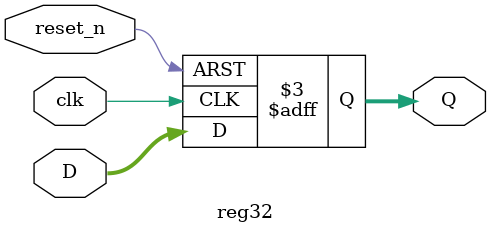
<source format=v>
module reg32(reset_n,clk,D,Q);

   input reset_n;
   input clk;
   input [31:0] D;
   output [31:0] Q;

   reg [31:0] Q;

   always @ (negedge reset_n or posedge clk)
   begin
      if (!reset_n) 
         Q <= 32'd0;
      else
         Q <= D;
   end

endmodule
   

</source>
